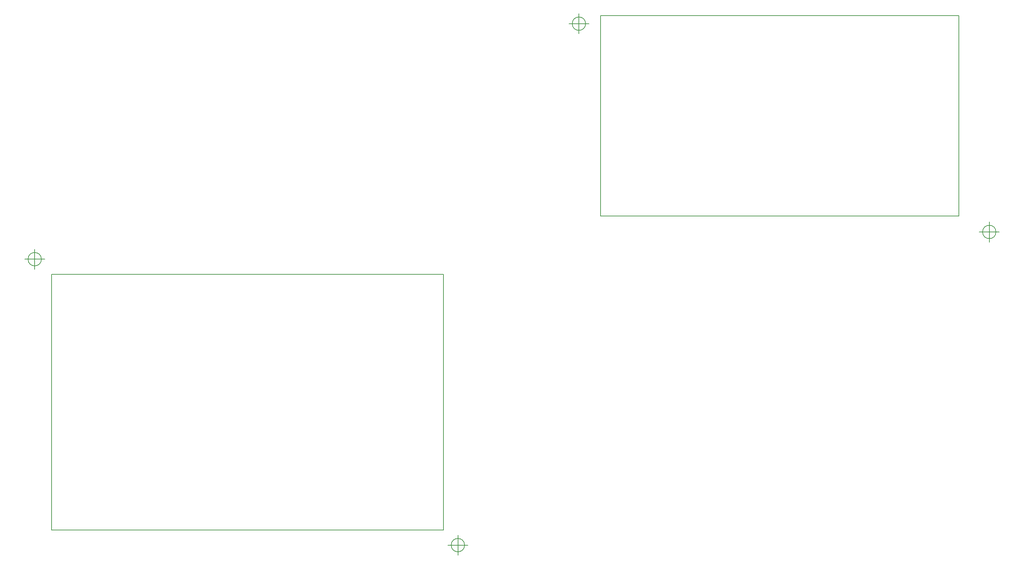
<source format=gbr>
%TF.GenerationSoftware,KiCad,Pcbnew,(5.1.9)-1*%
%TF.CreationDate,2021-04-11T15:54:41+02:00*%
%TF.ProjectId,bab_top,6261625f-746f-4702-9e6b-696361645f70,rev?*%
%TF.SameCoordinates,Original*%
%TF.FileFunction,Other,Fab,Bot*%
%FSLAX46Y46*%
G04 Gerber Fmt 4.6, Leading zero omitted, Abs format (unit mm)*
G04 Created by KiCad (PCBNEW (5.1.9)-1) date 2021-04-11 15:54:41*
%MOMM*%
%LPD*%
G01*
G04 APERTURE LIST*
%TA.AperFunction,Profile*%
%ADD10C,0.150000*%
%TD*%
G04 APERTURE END LIST*
D10*
X140866666Y-146200000D02*
G75*
G03*
X140866666Y-146200000I-1666666J0D01*
G01*
X136700000Y-146200000D02*
X141700000Y-146200000D01*
X139200000Y-143700000D02*
X139200000Y-148700000D01*
X35266666Y-74800000D02*
G75*
G03*
X35266666Y-74800000I-1666666J0D01*
G01*
X31100000Y-74800000D02*
X36100000Y-74800000D01*
X33600000Y-72300000D02*
X33600000Y-77300000D01*
X273466666Y-68000000D02*
G75*
G03*
X273466666Y-68000000I-1666666J0D01*
G01*
X269300000Y-68000000D02*
X274300000Y-68000000D01*
X271800000Y-65500000D02*
X271800000Y-70500000D01*
X171066666Y-16000000D02*
G75*
G03*
X171066666Y-16000000I-1666666J0D01*
G01*
X166900000Y-16000000D02*
X171900000Y-16000000D01*
X169400000Y-13500000D02*
X169400000Y-18500000D01*
X40200000Y-78600000D02*
X37800000Y-78600000D01*
X40200000Y-142400000D02*
X37800000Y-142400000D01*
X40200000Y-78600000D02*
X44400000Y-78600000D01*
X37800000Y-142400000D02*
X37800000Y-78600000D01*
X135600000Y-142400000D02*
X39800000Y-142400000D01*
X135600000Y-78600000D02*
X135600000Y-142400000D01*
X44000000Y-78600000D02*
X135600000Y-78600000D01*
X179800000Y-64000000D02*
X174800000Y-64000000D01*
X174800000Y-14000000D02*
X174800000Y-64000000D01*
X179800000Y-14000000D02*
X174800000Y-14000000D01*
X264200000Y-64000000D02*
X259200000Y-64000000D01*
X264200000Y-14000000D02*
X264200000Y-64000000D01*
X264200000Y-14000000D02*
X259200000Y-14000000D01*
X254200000Y-64000000D02*
X259200000Y-64000000D01*
X179800000Y-64000000D02*
X254200000Y-64000000D01*
X254200000Y-14000000D02*
X259200000Y-14000000D01*
X247200000Y-14000000D02*
X192000000Y-14000000D01*
X247200000Y-14000000D02*
X254200000Y-14000000D01*
X192000000Y-14000000D02*
X179800000Y-14000000D01*
M02*

</source>
